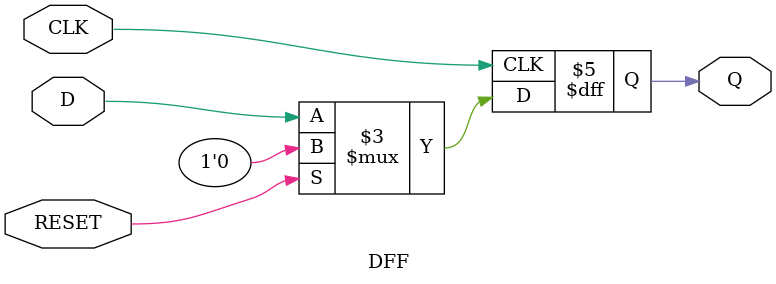
<source format=v>
`timescale 1ns / 1ps
module DFF(
    input D,
	 input CLK,
	 input RESET,
    output reg Q
    );

	always @(posedge CLK)begin
	if(RESET)
	Q<= 1'b0 ;
	else 
	Q<=D;
	end
	

endmodule

</source>
